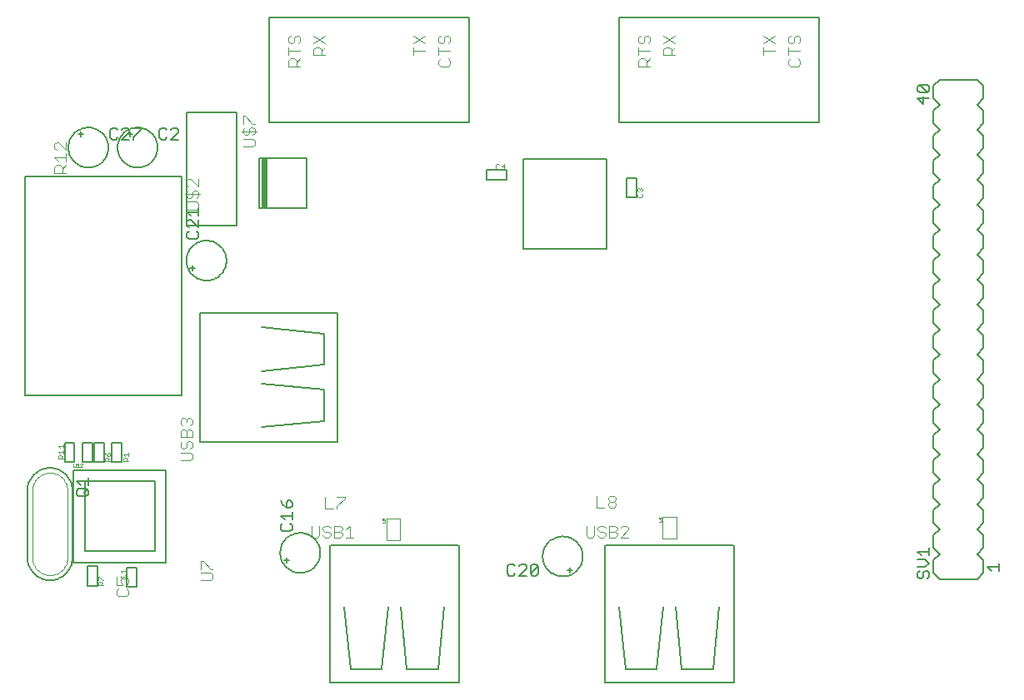
<source format=gto>
G75*
G70*
%OFA0B0*%
%FSLAX24Y24*%
%IPPOS*%
%LPD*%
%AMOC8*
5,1,8,0,0,1.08239X$1,22.5*
%
%ADD10C,0.0050*%
%ADD11C,0.0040*%
%ADD12C,0.0060*%
%ADD13C,0.0020*%
%ADD14C,0.0010*%
%ADD15R,0.0200X0.2000*%
%ADD16C,0.0020*%
D10*
X003291Y004006D02*
X003685Y004006D01*
X003685Y004793D01*
X003291Y004793D01*
X003291Y004006D01*
X002732Y004955D02*
X006433Y004955D01*
X006433Y008656D01*
X003578Y008656D01*
X003244Y008656D01*
X002732Y008656D01*
X002732Y004955D01*
X003185Y005408D02*
X003185Y008203D01*
X005980Y008203D01*
X005980Y005408D01*
X003185Y005408D01*
X004866Y004754D02*
X004866Y003967D01*
X005260Y003967D01*
X005260Y004754D01*
X004866Y004754D01*
X003245Y007591D02*
X002945Y007591D01*
X002870Y007666D01*
X002870Y007816D01*
X002945Y007891D01*
X003245Y007891D01*
X003320Y007816D01*
X003320Y007666D01*
X003245Y007591D01*
X003170Y007741D02*
X003320Y007891D01*
X003320Y008051D02*
X003320Y008351D01*
X003320Y008201D02*
X002870Y008201D01*
X003020Y008051D01*
X003094Y008967D02*
X003094Y009754D01*
X003488Y009754D01*
X003488Y008967D01*
X003094Y008967D01*
X002779Y008967D02*
X002386Y008967D01*
X002386Y009754D01*
X002779Y009754D01*
X002779Y008967D01*
X003567Y008967D02*
X003960Y008967D01*
X003960Y009754D01*
X003567Y009754D01*
X003567Y008967D01*
X004275Y008967D02*
X004669Y008967D01*
X004669Y009754D01*
X004275Y009754D01*
X004275Y008967D01*
X007801Y009779D02*
X013306Y009779D01*
X013306Y009814D02*
X013306Y014914D01*
X013306Y014949D02*
X007801Y014949D01*
X007796Y014924D02*
X007796Y009804D01*
X010256Y010364D02*
X012756Y010614D01*
X012756Y011864D01*
X010256Y012114D01*
X010256Y012614D02*
X012756Y012864D01*
X012756Y014114D01*
X010256Y014364D01*
X007047Y011648D02*
X007047Y020398D01*
X000797Y020398D01*
X000797Y011648D01*
X007047Y011648D01*
X011031Y007429D02*
X011106Y007279D01*
X011257Y007128D01*
X011257Y007354D01*
X011332Y007429D01*
X011407Y007429D01*
X011482Y007354D01*
X011482Y007204D01*
X011407Y007128D01*
X011257Y007128D01*
X011482Y006968D02*
X011482Y006668D01*
X011482Y006818D02*
X011031Y006818D01*
X011182Y006668D01*
X011106Y006508D02*
X011031Y006433D01*
X011031Y006283D01*
X011106Y006208D01*
X011407Y006208D01*
X011482Y006283D01*
X011482Y006433D01*
X011407Y006508D01*
X012989Y005638D02*
X012989Y000133D01*
X013024Y000133D02*
X018124Y000133D01*
X018159Y000133D02*
X018159Y005638D01*
X018134Y005643D02*
X013014Y005643D01*
X013574Y003183D02*
X013824Y000683D01*
X015074Y000683D01*
X015324Y003183D01*
X015824Y003183D02*
X016074Y000683D01*
X017324Y000683D01*
X017574Y003183D01*
X020101Y004491D02*
X020176Y004416D01*
X020326Y004416D01*
X020401Y004491D01*
X020561Y004416D02*
X020861Y004716D01*
X020861Y004791D01*
X020786Y004866D01*
X020636Y004866D01*
X020561Y004791D01*
X020401Y004791D02*
X020326Y004866D01*
X020176Y004866D01*
X020101Y004791D01*
X020101Y004491D01*
X020561Y004416D02*
X020861Y004416D01*
X021021Y004491D02*
X021021Y004791D01*
X021096Y004866D01*
X021246Y004866D01*
X021322Y004791D01*
X021021Y004491D01*
X021096Y004416D01*
X021246Y004416D01*
X021322Y004491D01*
X021322Y004791D01*
X023989Y005638D02*
X023989Y000133D01*
X024024Y000133D02*
X029124Y000133D01*
X029159Y000133D02*
X029159Y005638D01*
X029134Y005643D02*
X024014Y005643D01*
X024574Y003183D02*
X024824Y000683D01*
X026074Y000683D01*
X026324Y003183D01*
X026824Y003183D02*
X027074Y000683D01*
X028324Y000683D01*
X028574Y003183D01*
X036508Y004382D02*
X036583Y004307D01*
X036658Y004307D01*
X036733Y004382D01*
X036733Y004532D01*
X036808Y004607D01*
X036884Y004607D01*
X036959Y004532D01*
X036959Y004382D01*
X036884Y004307D01*
X036508Y004382D02*
X036508Y004532D01*
X036583Y004607D01*
X036508Y004767D02*
X036808Y004767D01*
X036959Y004917D01*
X036808Y005067D01*
X036508Y005067D01*
X036658Y005227D02*
X036508Y005377D01*
X036959Y005377D01*
X036959Y005227D02*
X036959Y005528D01*
X039308Y004757D02*
X039759Y004757D01*
X039759Y004607D02*
X039759Y004907D01*
X039458Y004607D02*
X039308Y004757D01*
X024059Y017510D02*
X024059Y021093D01*
X020732Y021093D01*
X020732Y017510D01*
X024059Y017510D01*
X024866Y019557D02*
X025260Y019557D01*
X025260Y020345D01*
X024866Y020345D01*
X024866Y019557D01*
X024574Y022583D02*
X024574Y026783D01*
X032574Y026783D01*
X032574Y022583D01*
X024574Y022583D01*
X020063Y020660D02*
X020063Y020266D01*
X019275Y020266D01*
X019275Y020660D01*
X020063Y020660D01*
X018574Y022583D02*
X018574Y026783D01*
X010574Y026783D01*
X010574Y022583D01*
X018574Y022583D01*
X012071Y021132D02*
X012071Y019132D01*
X010471Y019132D01*
X010471Y021132D01*
X010171Y021132D01*
X010171Y019132D01*
X010471Y019132D01*
X009256Y018442D02*
X009256Y022963D01*
X007247Y022963D01*
X007247Y018442D01*
X009256Y018442D01*
X007730Y018373D02*
X007430Y018673D01*
X007354Y018673D01*
X007279Y018598D01*
X007279Y018448D01*
X007354Y018373D01*
X007354Y018213D02*
X007279Y018138D01*
X007279Y017988D01*
X007354Y017912D01*
X007655Y017912D01*
X007730Y017988D01*
X007730Y018138D01*
X007655Y018213D01*
X007730Y018373D02*
X007730Y018673D01*
X007730Y018833D02*
X007730Y019133D01*
X007730Y018983D02*
X007279Y018983D01*
X007430Y018833D01*
X010471Y021132D02*
X012071Y021132D01*
X006934Y021890D02*
X006634Y021890D01*
X006934Y022190D01*
X006934Y022265D01*
X006859Y022340D01*
X006709Y022340D01*
X006634Y022265D01*
X006474Y022265D02*
X006399Y022340D01*
X006249Y022340D01*
X006174Y022265D01*
X006174Y021965D01*
X006249Y021890D01*
X006399Y021890D01*
X006474Y021965D01*
X005426Y022265D02*
X005126Y021965D01*
X005126Y021890D01*
X004966Y021890D02*
X004666Y021890D01*
X004966Y022190D01*
X004966Y022265D01*
X004891Y022340D01*
X004741Y022340D01*
X004666Y022265D01*
X004506Y022265D02*
X004431Y022340D01*
X004280Y022340D01*
X004205Y022265D01*
X004205Y021965D01*
X004280Y021890D01*
X004431Y021890D01*
X004506Y021965D01*
X005126Y022340D02*
X005426Y022340D01*
X005426Y022265D01*
X036508Y023532D02*
X036733Y023307D01*
X036733Y023607D01*
X036583Y023767D02*
X036508Y023842D01*
X036508Y023992D01*
X036583Y024067D01*
X036884Y023767D01*
X036959Y023842D01*
X036959Y023992D01*
X036884Y024067D01*
X036583Y024067D01*
X036583Y023767D02*
X036884Y023767D01*
X036959Y023532D02*
X036508Y023532D01*
D11*
X004543Y003591D02*
X004466Y003668D01*
X004466Y003822D01*
X004543Y003898D01*
X004466Y004052D02*
X004696Y004052D01*
X004620Y004205D01*
X004620Y004282D01*
X004696Y004359D01*
X004850Y004359D01*
X004927Y004282D01*
X004927Y004129D01*
X004850Y004052D01*
X004850Y003898D02*
X004927Y003822D01*
X004927Y003668D01*
X004850Y003591D01*
X004543Y003591D01*
X004466Y004052D02*
X004466Y004359D01*
X004619Y004356D02*
X004652Y004323D01*
X004786Y004323D01*
X004819Y004356D01*
X004819Y004423D01*
X004786Y004456D01*
X004819Y004544D02*
X004819Y004677D01*
X004819Y004611D02*
X004619Y004611D01*
X004685Y004544D01*
X004652Y004456D02*
X004619Y004423D01*
X004619Y004356D01*
X003932Y004256D02*
X003898Y004256D01*
X003765Y004389D01*
X003731Y004389D01*
X003731Y004256D01*
X003765Y004168D02*
X003832Y004168D01*
X003865Y004135D01*
X003865Y004035D01*
X003932Y004035D02*
X003731Y004035D01*
X003731Y004135D01*
X003765Y004168D01*
X003865Y004102D02*
X003932Y004168D01*
X007844Y004229D02*
X008228Y004229D01*
X008304Y004305D01*
X008304Y004459D01*
X008228Y004536D01*
X007844Y004536D01*
X007844Y004689D02*
X007844Y004996D01*
X007921Y004996D01*
X008228Y004689D01*
X008304Y004689D01*
X012253Y006030D02*
X012330Y005953D01*
X012483Y005953D01*
X012560Y006030D01*
X012560Y006414D01*
X012713Y006337D02*
X012713Y006260D01*
X012790Y006183D01*
X012943Y006183D01*
X013020Y006107D01*
X013020Y006030D01*
X012943Y005953D01*
X012790Y005953D01*
X012713Y006030D01*
X012713Y006337D02*
X012790Y006414D01*
X012943Y006414D01*
X013020Y006337D01*
X013174Y006414D02*
X013404Y006414D01*
X013481Y006337D01*
X013481Y006260D01*
X013404Y006183D01*
X013174Y006183D01*
X013404Y006183D02*
X013481Y006107D01*
X013481Y006030D01*
X013404Y005953D01*
X013174Y005953D01*
X013174Y006414D01*
X013634Y006260D02*
X013787Y006414D01*
X013787Y005953D01*
X013634Y005953D02*
X013941Y005953D01*
X013273Y007115D02*
X013273Y007191D01*
X013580Y007498D01*
X013580Y007575D01*
X013273Y007575D01*
X013120Y007115D02*
X012813Y007115D01*
X012813Y007575D01*
X012253Y006414D02*
X012253Y006030D01*
X007486Y009119D02*
X007409Y009043D01*
X007025Y009043D01*
X007486Y009119D02*
X007486Y009273D01*
X007409Y009350D01*
X007025Y009350D01*
X007102Y009503D02*
X007179Y009503D01*
X007255Y009580D01*
X007255Y009733D01*
X007332Y009810D01*
X007409Y009810D01*
X007486Y009733D01*
X007486Y009580D01*
X007409Y009503D01*
X007102Y009503D02*
X007025Y009580D01*
X007025Y009733D01*
X007102Y009810D01*
X007025Y009963D02*
X007025Y010194D01*
X007102Y010270D01*
X007179Y010270D01*
X007255Y010194D01*
X007255Y009963D01*
X007025Y009963D02*
X007486Y009963D01*
X007486Y010194D01*
X007409Y010270D01*
X007332Y010270D01*
X007255Y010194D01*
X007102Y010424D02*
X007025Y010500D01*
X007025Y010654D01*
X007102Y010731D01*
X007179Y010731D01*
X007255Y010654D01*
X007332Y010731D01*
X007409Y010731D01*
X007486Y010654D01*
X007486Y010500D01*
X007409Y010424D01*
X007255Y010577D02*
X007255Y010654D01*
X004916Y009350D02*
X004916Y009217D01*
X004916Y009283D02*
X004716Y009283D01*
X004782Y009217D01*
X004749Y009129D02*
X004816Y009129D01*
X004849Y009096D01*
X004849Y008996D01*
X004849Y009062D02*
X004916Y009129D01*
X004916Y008996D02*
X004716Y008996D01*
X004716Y009096D01*
X004749Y009129D01*
X004207Y009129D02*
X004141Y009062D01*
X004141Y009096D02*
X004141Y008996D01*
X004207Y008996D02*
X004007Y008996D01*
X004007Y009096D01*
X004040Y009129D01*
X004107Y009129D01*
X004141Y009096D01*
X004174Y009217D02*
X004207Y009250D01*
X004207Y009317D01*
X004174Y009350D01*
X004141Y009350D01*
X004107Y009317D01*
X004107Y009217D01*
X004174Y009217D01*
X004107Y009217D02*
X004040Y009283D01*
X004007Y009350D01*
X002339Y009323D02*
X002339Y009456D01*
X002339Y009390D02*
X002138Y009390D01*
X002205Y009323D01*
X002172Y009235D02*
X002239Y009235D01*
X002272Y009202D01*
X002272Y009102D01*
X002339Y009102D02*
X002138Y009102D01*
X002138Y009202D01*
X002172Y009235D01*
X002272Y009169D02*
X002339Y009235D01*
X002339Y009544D02*
X002339Y009677D01*
X002339Y009611D02*
X002138Y009611D01*
X002205Y009544D01*
X007267Y019087D02*
X007650Y019087D01*
X007727Y019163D01*
X007727Y019317D01*
X007650Y019393D01*
X007267Y019393D01*
X007343Y019547D02*
X007267Y019624D01*
X007267Y019777D01*
X007343Y019854D01*
X007343Y020007D02*
X007267Y020084D01*
X007267Y020237D01*
X007343Y020314D01*
X007420Y020314D01*
X007727Y020007D01*
X007727Y020314D01*
X007650Y019854D02*
X007574Y019854D01*
X007497Y019777D01*
X007497Y019624D01*
X007420Y019547D01*
X007343Y019547D01*
X007190Y019700D02*
X007804Y019700D01*
X007727Y019624D02*
X007727Y019777D01*
X007650Y019854D01*
X007727Y019624D02*
X007650Y019547D01*
X009527Y021602D02*
X009911Y021602D01*
X009988Y021679D01*
X009988Y021832D01*
X009911Y021909D01*
X009527Y021909D01*
X009604Y022063D02*
X009527Y022139D01*
X009527Y022293D01*
X009604Y022370D01*
X009527Y022523D02*
X009527Y022830D01*
X009604Y022830D01*
X009911Y022523D01*
X009988Y022523D01*
X009911Y022370D02*
X009834Y022370D01*
X009757Y022293D01*
X009757Y022139D01*
X009681Y022063D01*
X009604Y022063D01*
X009450Y022216D02*
X010064Y022216D01*
X009988Y022139D02*
X009988Y022293D01*
X009911Y022370D01*
X009988Y022139D02*
X009911Y022063D01*
X011344Y024822D02*
X011344Y025052D01*
X011421Y025129D01*
X011574Y025129D01*
X011651Y025052D01*
X011651Y024822D01*
X011651Y025052D01*
X011574Y025129D01*
X011421Y025129D01*
X011344Y025052D01*
X011344Y024822D01*
X011804Y024822D01*
X011344Y024822D01*
X011651Y024975D02*
X011804Y025129D01*
X011651Y024975D01*
X011344Y025282D02*
X011344Y025589D01*
X011344Y025282D01*
X011344Y025436D02*
X011804Y025436D01*
X011344Y025436D01*
X011421Y025743D02*
X011498Y025743D01*
X011574Y025819D01*
X011574Y025973D01*
X011651Y026050D01*
X011728Y026050D01*
X011804Y025973D01*
X011804Y025819D01*
X011728Y025743D01*
X011804Y025819D01*
X011804Y025973D01*
X011728Y026050D01*
X011651Y026050D01*
X011574Y025973D01*
X011574Y025819D01*
X011498Y025743D01*
X011421Y025743D01*
X011344Y025819D01*
X011344Y025973D01*
X011421Y026050D01*
X011344Y025973D01*
X011344Y025819D01*
X011421Y025743D01*
X012344Y025743D02*
X012804Y026050D01*
X012804Y025743D02*
X012344Y026050D01*
X012421Y025589D02*
X012574Y025589D01*
X012651Y025513D01*
X012651Y025282D01*
X012804Y025282D02*
X012344Y025282D01*
X012344Y025513D01*
X012421Y025589D01*
X012651Y025436D02*
X012804Y025589D01*
X016344Y025589D02*
X016344Y025282D01*
X016344Y025436D02*
X016804Y025436D01*
X016804Y025743D02*
X016344Y026050D01*
X016344Y025743D02*
X016804Y026050D01*
X017344Y025973D02*
X017344Y025819D01*
X017421Y025743D01*
X017498Y025743D01*
X017574Y025819D01*
X017574Y025973D01*
X017651Y026050D01*
X017728Y026050D01*
X017804Y025973D01*
X017804Y025819D01*
X017728Y025743D01*
X017344Y025589D02*
X017344Y025282D01*
X017344Y025436D02*
X017804Y025436D01*
X017728Y025129D02*
X017804Y025052D01*
X017804Y024899D01*
X017728Y024822D01*
X017421Y024822D01*
X017344Y024899D01*
X017344Y025052D01*
X017421Y025129D01*
X017344Y025973D02*
X017421Y026050D01*
X019665Y020907D02*
X019632Y020873D01*
X019632Y020740D01*
X019665Y020706D01*
X019732Y020706D01*
X019765Y020740D01*
X019853Y020807D02*
X019986Y020807D01*
X019953Y020907D02*
X019853Y020807D01*
X019765Y020873D02*
X019732Y020907D01*
X019665Y020907D01*
X019953Y020907D02*
X019953Y020706D01*
X025306Y019907D02*
X025340Y019941D01*
X025373Y019941D01*
X025406Y019907D01*
X025440Y019941D01*
X025473Y019941D01*
X025506Y019907D01*
X025506Y019841D01*
X025473Y019807D01*
X025473Y019720D02*
X025506Y019686D01*
X025506Y019620D01*
X025473Y019586D01*
X025340Y019586D01*
X025306Y019620D01*
X025306Y019686D01*
X025340Y019720D01*
X025340Y019807D02*
X025306Y019841D01*
X025306Y019907D01*
X025406Y019907D02*
X025406Y019874D01*
X025344Y024822D02*
X025344Y025052D01*
X025421Y025129D01*
X025574Y025129D01*
X025651Y025052D01*
X025651Y024822D01*
X025651Y025052D01*
X025574Y025129D01*
X025421Y025129D01*
X025344Y025052D01*
X025344Y024822D01*
X025804Y024822D01*
X025344Y024822D01*
X025651Y024975D02*
X025804Y025129D01*
X025651Y024975D01*
X025344Y025282D02*
X025344Y025589D01*
X025344Y025282D01*
X025344Y025436D02*
X025804Y025436D01*
X025344Y025436D01*
X025421Y025743D02*
X025498Y025743D01*
X025574Y025819D01*
X025574Y025973D01*
X025651Y026050D01*
X025728Y026050D01*
X025804Y025973D01*
X025804Y025819D01*
X025728Y025743D01*
X025804Y025819D01*
X025804Y025973D01*
X025728Y026050D01*
X025651Y026050D01*
X025574Y025973D01*
X025574Y025819D01*
X025498Y025743D01*
X025421Y025743D01*
X025344Y025819D01*
X025344Y025973D01*
X025421Y026050D01*
X025344Y025973D01*
X025344Y025819D01*
X025421Y025743D01*
X026344Y025743D02*
X026804Y026050D01*
X026804Y025743D02*
X026344Y026050D01*
X026421Y025589D02*
X026574Y025589D01*
X026651Y025513D01*
X026651Y025282D01*
X026804Y025282D02*
X026344Y025282D01*
X026344Y025513D01*
X026421Y025589D01*
X026651Y025436D02*
X026804Y025589D01*
X030344Y025589D02*
X030344Y025282D01*
X030344Y025436D02*
X030804Y025436D01*
X030804Y025743D02*
X030344Y026050D01*
X030344Y025743D02*
X030804Y026050D01*
X031344Y025973D02*
X031344Y025819D01*
X031421Y025743D01*
X031498Y025743D01*
X031574Y025819D01*
X031574Y025973D01*
X031651Y026050D01*
X031728Y026050D01*
X031804Y025973D01*
X031804Y025819D01*
X031728Y025743D01*
X031344Y025589D02*
X031344Y025282D01*
X031344Y025436D02*
X031804Y025436D01*
X031728Y025129D02*
X031804Y025052D01*
X031804Y024899D01*
X031728Y024822D01*
X031421Y024822D01*
X031344Y024899D01*
X031344Y025052D01*
X031421Y025129D01*
X031344Y025973D02*
X031421Y026050D01*
X024358Y007614D02*
X024435Y007538D01*
X024435Y007461D01*
X024358Y007384D01*
X024204Y007384D01*
X024128Y007461D01*
X024128Y007538D01*
X024204Y007614D01*
X024358Y007614D01*
X024358Y007384D02*
X024435Y007307D01*
X024435Y007231D01*
X024358Y007154D01*
X024204Y007154D01*
X024128Y007231D01*
X024128Y007307D01*
X024204Y007384D01*
X023974Y007154D02*
X023667Y007154D01*
X023667Y007614D01*
X023560Y006414D02*
X023560Y006030D01*
X023483Y005953D01*
X023330Y005953D01*
X023253Y006030D01*
X023253Y006414D01*
X023713Y006337D02*
X023713Y006260D01*
X023790Y006183D01*
X023943Y006183D01*
X024020Y006107D01*
X024020Y006030D01*
X023943Y005953D01*
X023790Y005953D01*
X023713Y006030D01*
X023713Y006337D02*
X023790Y006414D01*
X023943Y006414D01*
X024020Y006337D01*
X024174Y006414D02*
X024174Y005953D01*
X024404Y005953D01*
X024481Y006030D01*
X024481Y006107D01*
X024404Y006183D01*
X024174Y006183D01*
X024404Y006183D02*
X024481Y006260D01*
X024481Y006337D01*
X024404Y006414D01*
X024174Y006414D01*
X024634Y006337D02*
X024711Y006414D01*
X024864Y006414D01*
X024941Y006337D01*
X024941Y006260D01*
X024634Y005953D01*
X024941Y005953D01*
X002434Y020556D02*
X001974Y020556D01*
X001974Y020786D01*
X002051Y020863D01*
X002204Y020863D01*
X002281Y020786D01*
X002281Y020556D01*
X002281Y020710D02*
X002434Y020863D01*
X002434Y021017D02*
X002434Y021324D01*
X002434Y021477D02*
X002128Y021784D01*
X002051Y021784D01*
X001974Y021707D01*
X001974Y021554D01*
X002051Y021477D01*
X001974Y021170D02*
X002434Y021170D01*
X002434Y021477D02*
X002434Y021784D01*
X001974Y021170D02*
X002128Y021017D01*
D12*
X002530Y021565D02*
X002532Y021621D01*
X002538Y021678D01*
X002548Y021733D01*
X002562Y021788D01*
X002579Y021842D01*
X002601Y021894D01*
X002626Y021944D01*
X002654Y021993D01*
X002686Y022040D01*
X002721Y022084D01*
X002759Y022126D01*
X002800Y022165D01*
X002844Y022200D01*
X002890Y022233D01*
X002938Y022262D01*
X002988Y022288D01*
X003040Y022311D01*
X003094Y022329D01*
X003148Y022344D01*
X003203Y022355D01*
X003259Y022362D01*
X003316Y022365D01*
X003372Y022364D01*
X003429Y022359D01*
X003484Y022350D01*
X003539Y022337D01*
X003593Y022320D01*
X003646Y022300D01*
X003697Y022276D01*
X003746Y022248D01*
X003793Y022217D01*
X003838Y022183D01*
X003881Y022145D01*
X003920Y022105D01*
X003957Y022062D01*
X003990Y022017D01*
X004020Y021969D01*
X004047Y021919D01*
X004070Y021868D01*
X004090Y021815D01*
X004106Y021761D01*
X004118Y021705D01*
X004126Y021650D01*
X004130Y021593D01*
X004130Y021537D01*
X004126Y021480D01*
X004118Y021425D01*
X004106Y021369D01*
X004090Y021315D01*
X004070Y021262D01*
X004047Y021211D01*
X004020Y021161D01*
X003990Y021113D01*
X003957Y021068D01*
X003920Y021025D01*
X003881Y020985D01*
X003838Y020947D01*
X003793Y020913D01*
X003746Y020882D01*
X003697Y020854D01*
X003646Y020830D01*
X003593Y020810D01*
X003539Y020793D01*
X003484Y020780D01*
X003429Y020771D01*
X003372Y020766D01*
X003316Y020765D01*
X003259Y020768D01*
X003203Y020775D01*
X003148Y020786D01*
X003094Y020801D01*
X003040Y020819D01*
X002988Y020842D01*
X002938Y020868D01*
X002890Y020897D01*
X002844Y020930D01*
X002800Y020965D01*
X002759Y021004D01*
X002721Y021046D01*
X002686Y021090D01*
X002654Y021137D01*
X002626Y021186D01*
X002601Y021236D01*
X002579Y021288D01*
X002562Y021342D01*
X002548Y021397D01*
X002538Y021452D01*
X002532Y021509D01*
X002530Y021565D01*
X003030Y022015D02*
X003030Y022215D01*
X002930Y022115D02*
X003130Y022115D01*
X004899Y022115D02*
X005099Y022115D01*
X004999Y022015D02*
X004999Y022215D01*
X004499Y021565D02*
X004501Y021621D01*
X004507Y021678D01*
X004517Y021733D01*
X004531Y021788D01*
X004548Y021842D01*
X004570Y021894D01*
X004595Y021944D01*
X004623Y021993D01*
X004655Y022040D01*
X004690Y022084D01*
X004728Y022126D01*
X004769Y022165D01*
X004813Y022200D01*
X004859Y022233D01*
X004907Y022262D01*
X004957Y022288D01*
X005009Y022311D01*
X005063Y022329D01*
X005117Y022344D01*
X005172Y022355D01*
X005228Y022362D01*
X005285Y022365D01*
X005341Y022364D01*
X005398Y022359D01*
X005453Y022350D01*
X005508Y022337D01*
X005562Y022320D01*
X005615Y022300D01*
X005666Y022276D01*
X005715Y022248D01*
X005762Y022217D01*
X005807Y022183D01*
X005850Y022145D01*
X005889Y022105D01*
X005926Y022062D01*
X005959Y022017D01*
X005989Y021969D01*
X006016Y021919D01*
X006039Y021868D01*
X006059Y021815D01*
X006075Y021761D01*
X006087Y021705D01*
X006095Y021650D01*
X006099Y021593D01*
X006099Y021537D01*
X006095Y021480D01*
X006087Y021425D01*
X006075Y021369D01*
X006059Y021315D01*
X006039Y021262D01*
X006016Y021211D01*
X005989Y021161D01*
X005959Y021113D01*
X005926Y021068D01*
X005889Y021025D01*
X005850Y020985D01*
X005807Y020947D01*
X005762Y020913D01*
X005715Y020882D01*
X005666Y020854D01*
X005615Y020830D01*
X005562Y020810D01*
X005508Y020793D01*
X005453Y020780D01*
X005398Y020771D01*
X005341Y020766D01*
X005285Y020765D01*
X005228Y020768D01*
X005172Y020775D01*
X005117Y020786D01*
X005063Y020801D01*
X005009Y020819D01*
X004957Y020842D01*
X004907Y020868D01*
X004859Y020897D01*
X004813Y020930D01*
X004769Y020965D01*
X004728Y021004D01*
X004690Y021046D01*
X004655Y021090D01*
X004623Y021137D01*
X004595Y021186D01*
X004570Y021236D01*
X004548Y021288D01*
X004531Y021342D01*
X004517Y021397D01*
X004507Y021452D01*
X004501Y021509D01*
X004499Y021565D01*
X007255Y017037D02*
X007257Y017093D01*
X007263Y017150D01*
X007273Y017205D01*
X007287Y017260D01*
X007304Y017314D01*
X007326Y017366D01*
X007351Y017416D01*
X007379Y017465D01*
X007411Y017512D01*
X007446Y017556D01*
X007484Y017598D01*
X007525Y017637D01*
X007569Y017672D01*
X007615Y017705D01*
X007663Y017734D01*
X007713Y017760D01*
X007765Y017783D01*
X007819Y017801D01*
X007873Y017816D01*
X007928Y017827D01*
X007984Y017834D01*
X008041Y017837D01*
X008097Y017836D01*
X008154Y017831D01*
X008209Y017822D01*
X008264Y017809D01*
X008318Y017792D01*
X008371Y017772D01*
X008422Y017748D01*
X008471Y017720D01*
X008518Y017689D01*
X008563Y017655D01*
X008606Y017617D01*
X008645Y017577D01*
X008682Y017534D01*
X008715Y017489D01*
X008745Y017441D01*
X008772Y017391D01*
X008795Y017340D01*
X008815Y017287D01*
X008831Y017233D01*
X008843Y017177D01*
X008851Y017122D01*
X008855Y017065D01*
X008855Y017009D01*
X008851Y016952D01*
X008843Y016897D01*
X008831Y016841D01*
X008815Y016787D01*
X008795Y016734D01*
X008772Y016683D01*
X008745Y016633D01*
X008715Y016585D01*
X008682Y016540D01*
X008645Y016497D01*
X008606Y016457D01*
X008563Y016419D01*
X008518Y016385D01*
X008471Y016354D01*
X008422Y016326D01*
X008371Y016302D01*
X008318Y016282D01*
X008264Y016265D01*
X008209Y016252D01*
X008154Y016243D01*
X008097Y016238D01*
X008041Y016237D01*
X007984Y016240D01*
X007928Y016247D01*
X007873Y016258D01*
X007819Y016273D01*
X007765Y016291D01*
X007713Y016314D01*
X007663Y016340D01*
X007615Y016369D01*
X007569Y016402D01*
X007525Y016437D01*
X007484Y016476D01*
X007446Y016518D01*
X007411Y016562D01*
X007379Y016609D01*
X007351Y016658D01*
X007326Y016708D01*
X007304Y016760D01*
X007287Y016814D01*
X007273Y016869D01*
X007263Y016924D01*
X007257Y016981D01*
X007255Y017037D01*
X007505Y016837D02*
X007505Y016637D01*
X007605Y016737D02*
X007405Y016737D01*
X002695Y007836D02*
X002695Y005136D01*
X002693Y005077D01*
X002687Y005019D01*
X002678Y004960D01*
X002664Y004903D01*
X002647Y004847D01*
X002626Y004792D01*
X002602Y004738D01*
X002574Y004686D01*
X002543Y004636D01*
X002509Y004588D01*
X002472Y004543D01*
X002431Y004500D01*
X002388Y004459D01*
X002343Y004422D01*
X002295Y004388D01*
X002245Y004357D01*
X002193Y004329D01*
X002139Y004305D01*
X002084Y004284D01*
X002028Y004267D01*
X001971Y004253D01*
X001912Y004244D01*
X001854Y004238D01*
X001795Y004236D01*
X001736Y004238D01*
X001678Y004244D01*
X001619Y004253D01*
X001562Y004267D01*
X001506Y004284D01*
X001451Y004305D01*
X001397Y004329D01*
X001345Y004357D01*
X001295Y004388D01*
X001247Y004422D01*
X001202Y004459D01*
X001159Y004500D01*
X001118Y004543D01*
X001081Y004588D01*
X001047Y004636D01*
X001016Y004686D01*
X000988Y004738D01*
X000964Y004792D01*
X000943Y004847D01*
X000926Y004903D01*
X000912Y004960D01*
X000903Y005019D01*
X000897Y005077D01*
X000895Y005136D01*
X000895Y007836D01*
X000897Y007895D01*
X000903Y007953D01*
X000912Y008012D01*
X000926Y008069D01*
X000943Y008125D01*
X000964Y008180D01*
X000988Y008234D01*
X001016Y008286D01*
X001047Y008336D01*
X001081Y008384D01*
X001118Y008429D01*
X001159Y008472D01*
X001202Y008513D01*
X001247Y008550D01*
X001295Y008584D01*
X001345Y008615D01*
X001397Y008643D01*
X001451Y008667D01*
X001506Y008688D01*
X001562Y008705D01*
X001619Y008719D01*
X001678Y008728D01*
X001736Y008734D01*
X001795Y008736D01*
X001854Y008734D01*
X001912Y008728D01*
X001971Y008719D01*
X002028Y008705D01*
X002084Y008688D01*
X002139Y008667D01*
X002193Y008643D01*
X002245Y008615D01*
X002295Y008584D01*
X002343Y008550D01*
X002388Y008513D01*
X002431Y008472D01*
X002472Y008429D01*
X002509Y008384D01*
X002543Y008336D01*
X002574Y008286D01*
X002602Y008234D01*
X002626Y008180D01*
X002647Y008125D01*
X002664Y008069D01*
X002678Y008012D01*
X002687Y007953D01*
X002693Y007895D01*
X002695Y007836D01*
X011157Y005033D02*
X011357Y005033D01*
X011257Y004933D02*
X011257Y005133D01*
X011007Y005333D02*
X011009Y005389D01*
X011015Y005446D01*
X011025Y005501D01*
X011039Y005556D01*
X011056Y005610D01*
X011078Y005662D01*
X011103Y005712D01*
X011131Y005761D01*
X011163Y005808D01*
X011198Y005852D01*
X011236Y005894D01*
X011277Y005933D01*
X011321Y005968D01*
X011367Y006001D01*
X011415Y006030D01*
X011465Y006056D01*
X011517Y006079D01*
X011571Y006097D01*
X011625Y006112D01*
X011680Y006123D01*
X011736Y006130D01*
X011793Y006133D01*
X011849Y006132D01*
X011906Y006127D01*
X011961Y006118D01*
X012016Y006105D01*
X012070Y006088D01*
X012123Y006068D01*
X012174Y006044D01*
X012223Y006016D01*
X012270Y005985D01*
X012315Y005951D01*
X012358Y005913D01*
X012397Y005873D01*
X012434Y005830D01*
X012467Y005785D01*
X012497Y005737D01*
X012524Y005687D01*
X012547Y005636D01*
X012567Y005583D01*
X012583Y005529D01*
X012595Y005473D01*
X012603Y005418D01*
X012607Y005361D01*
X012607Y005305D01*
X012603Y005248D01*
X012595Y005193D01*
X012583Y005137D01*
X012567Y005083D01*
X012547Y005030D01*
X012524Y004979D01*
X012497Y004929D01*
X012467Y004881D01*
X012434Y004836D01*
X012397Y004793D01*
X012358Y004753D01*
X012315Y004715D01*
X012270Y004681D01*
X012223Y004650D01*
X012174Y004622D01*
X012123Y004598D01*
X012070Y004578D01*
X012016Y004561D01*
X011961Y004548D01*
X011906Y004539D01*
X011849Y004534D01*
X011793Y004533D01*
X011736Y004536D01*
X011680Y004543D01*
X011625Y004554D01*
X011571Y004569D01*
X011517Y004587D01*
X011465Y004610D01*
X011415Y004636D01*
X011367Y004665D01*
X011321Y004698D01*
X011277Y004733D01*
X011236Y004772D01*
X011198Y004814D01*
X011163Y004858D01*
X011131Y004905D01*
X011103Y004954D01*
X011078Y005004D01*
X011056Y005056D01*
X011039Y005110D01*
X011025Y005165D01*
X011015Y005220D01*
X011009Y005277D01*
X011007Y005333D01*
X021507Y005191D02*
X021509Y005247D01*
X021515Y005304D01*
X021525Y005359D01*
X021539Y005414D01*
X021556Y005468D01*
X021578Y005520D01*
X021603Y005570D01*
X021631Y005619D01*
X021663Y005666D01*
X021698Y005710D01*
X021736Y005752D01*
X021777Y005791D01*
X021821Y005826D01*
X021867Y005859D01*
X021915Y005888D01*
X021965Y005914D01*
X022017Y005937D01*
X022071Y005955D01*
X022125Y005970D01*
X022180Y005981D01*
X022236Y005988D01*
X022293Y005991D01*
X022349Y005990D01*
X022406Y005985D01*
X022461Y005976D01*
X022516Y005963D01*
X022570Y005946D01*
X022623Y005926D01*
X022674Y005902D01*
X022723Y005874D01*
X022770Y005843D01*
X022815Y005809D01*
X022858Y005771D01*
X022897Y005731D01*
X022934Y005688D01*
X022967Y005643D01*
X022997Y005595D01*
X023024Y005545D01*
X023047Y005494D01*
X023067Y005441D01*
X023083Y005387D01*
X023095Y005331D01*
X023103Y005276D01*
X023107Y005219D01*
X023107Y005163D01*
X023103Y005106D01*
X023095Y005051D01*
X023083Y004995D01*
X023067Y004941D01*
X023047Y004888D01*
X023024Y004837D01*
X022997Y004787D01*
X022967Y004739D01*
X022934Y004694D01*
X022897Y004651D01*
X022858Y004611D01*
X022815Y004573D01*
X022770Y004539D01*
X022723Y004508D01*
X022674Y004480D01*
X022623Y004456D01*
X022570Y004436D01*
X022516Y004419D01*
X022461Y004406D01*
X022406Y004397D01*
X022349Y004392D01*
X022293Y004391D01*
X022236Y004394D01*
X022180Y004401D01*
X022125Y004412D01*
X022071Y004427D01*
X022017Y004445D01*
X021965Y004468D01*
X021915Y004494D01*
X021867Y004523D01*
X021821Y004556D01*
X021777Y004591D01*
X021736Y004630D01*
X021698Y004672D01*
X021663Y004716D01*
X021631Y004763D01*
X021603Y004812D01*
X021578Y004862D01*
X021556Y004914D01*
X021539Y004968D01*
X021525Y005023D01*
X021515Y005078D01*
X021509Y005135D01*
X021507Y005191D01*
X022507Y004641D02*
X022707Y004641D01*
X022607Y004741D02*
X022607Y004541D01*
X037134Y004532D02*
X037384Y004282D01*
X038884Y004282D01*
X039134Y004532D01*
X039134Y005032D01*
X038884Y005282D01*
X039134Y005532D01*
X039134Y006032D01*
X038884Y006282D01*
X039134Y006532D01*
X039134Y007032D01*
X038884Y007282D01*
X039134Y007532D01*
X039134Y008032D01*
X038884Y008282D01*
X039134Y008532D01*
X039134Y009032D01*
X038884Y009282D01*
X039134Y009532D01*
X039134Y010032D01*
X038884Y010282D01*
X039134Y010532D01*
X039134Y011032D01*
X038884Y011282D01*
X039134Y011532D01*
X039134Y012032D01*
X038884Y012282D01*
X039134Y012532D01*
X039134Y013032D01*
X038884Y013282D01*
X039134Y013532D01*
X039134Y014032D01*
X038884Y014282D01*
X039134Y014532D01*
X039134Y015032D01*
X038884Y015282D01*
X039134Y015532D01*
X039134Y016032D01*
X038884Y016282D01*
X039134Y016532D01*
X039134Y017032D01*
X038884Y017282D01*
X039134Y017532D01*
X039134Y018032D01*
X038884Y018282D01*
X039134Y018532D01*
X039134Y019032D01*
X038884Y019282D01*
X039134Y019532D01*
X039134Y020032D01*
X038884Y020282D01*
X039134Y020532D01*
X039134Y021032D01*
X038884Y021282D01*
X039134Y021532D01*
X039134Y022032D01*
X038884Y022282D01*
X039134Y022532D01*
X039134Y023032D01*
X038884Y023282D01*
X039134Y023532D01*
X039134Y024032D01*
X038884Y024282D01*
X037384Y024282D01*
X037134Y024032D01*
X037134Y023532D01*
X037384Y023282D01*
X037134Y023032D01*
X037134Y022532D01*
X037384Y022282D01*
X037134Y022032D01*
X037134Y021532D01*
X037384Y021282D01*
X037134Y021032D01*
X037134Y020532D01*
X037384Y020282D01*
X037134Y020032D01*
X037134Y019532D01*
X037384Y019282D01*
X037134Y019032D01*
X037134Y018532D01*
X037384Y018282D01*
X037134Y018032D01*
X037134Y017532D01*
X037384Y017282D01*
X037134Y017032D01*
X037134Y016532D01*
X037384Y016282D01*
X037134Y016032D01*
X037134Y015532D01*
X037384Y015282D01*
X037134Y015032D01*
X037134Y014532D01*
X037384Y014282D01*
X037134Y014032D01*
X037134Y013532D01*
X037384Y013282D01*
X037134Y013032D01*
X037134Y012532D01*
X037384Y012282D01*
X037134Y012032D01*
X037134Y011532D01*
X037384Y011282D01*
X037134Y011032D01*
X037134Y010532D01*
X037384Y010282D01*
X037134Y010032D01*
X037134Y009532D01*
X037384Y009282D01*
X037134Y009032D01*
X037134Y008532D01*
X037384Y008282D01*
X037134Y008032D01*
X037134Y007532D01*
X037384Y007282D01*
X037134Y007032D01*
X037134Y006532D01*
X037384Y006282D01*
X037134Y006032D01*
X037134Y005532D01*
X037384Y005282D01*
X037134Y005032D01*
X037134Y004532D01*
D13*
X026862Y005900D02*
X026311Y005900D01*
X026311Y006766D01*
X026862Y006766D01*
X026862Y005900D01*
X015799Y005856D02*
X015248Y005856D01*
X015248Y006723D01*
X015799Y006723D01*
X015799Y005856D01*
D14*
X015185Y006543D02*
X015185Y006603D01*
X015170Y006635D02*
X015185Y006650D01*
X015185Y006680D01*
X015170Y006695D01*
X015140Y006695D01*
X015125Y006680D01*
X015125Y006665D01*
X015140Y006635D01*
X015095Y006635D01*
X015095Y006695D01*
X015095Y006543D02*
X015185Y006543D01*
X026158Y006587D02*
X026248Y006587D01*
X026248Y006647D01*
X026233Y006679D02*
X026248Y006694D01*
X026248Y006724D01*
X026233Y006739D01*
X026218Y006739D01*
X026203Y006724D01*
X026203Y006679D01*
X026233Y006679D01*
X026203Y006679D02*
X026173Y006709D01*
X026158Y006739D01*
X003112Y008759D02*
X003012Y008759D01*
X003112Y008859D01*
X003112Y008884D01*
X003087Y008909D01*
X003037Y008909D01*
X003012Y008884D01*
X002915Y008909D02*
X002915Y008759D01*
X002865Y008759D02*
X002965Y008759D01*
X002865Y008859D02*
X002915Y008909D01*
X002817Y008909D02*
X002817Y008784D01*
X002792Y008759D01*
X002742Y008759D01*
X002717Y008784D01*
X002717Y008909D01*
D15*
X010371Y020132D03*
D16*
X002495Y007836D02*
X002495Y005136D01*
X002493Y005085D01*
X002488Y005034D01*
X002478Y004984D01*
X002465Y004934D01*
X002449Y004886D01*
X002429Y004839D01*
X002405Y004793D01*
X002379Y004750D01*
X002349Y004708D01*
X002316Y004669D01*
X002281Y004632D01*
X002243Y004598D01*
X002202Y004567D01*
X002160Y004538D01*
X002115Y004513D01*
X002069Y004492D01*
X002021Y004473D01*
X001972Y004459D01*
X001922Y004448D01*
X001872Y004440D01*
X001821Y004436D01*
X001769Y004436D01*
X001718Y004440D01*
X001668Y004448D01*
X001618Y004459D01*
X001569Y004473D01*
X001521Y004492D01*
X001475Y004513D01*
X001430Y004538D01*
X001388Y004567D01*
X001347Y004598D01*
X001309Y004632D01*
X001274Y004669D01*
X001241Y004708D01*
X001211Y004750D01*
X001185Y004793D01*
X001161Y004839D01*
X001141Y004886D01*
X001125Y004934D01*
X001112Y004984D01*
X001102Y005034D01*
X001097Y005085D01*
X001095Y005136D01*
X001095Y007836D01*
X001097Y007887D01*
X001102Y007938D01*
X001112Y007988D01*
X001125Y008038D01*
X001141Y008086D01*
X001161Y008133D01*
X001185Y008179D01*
X001211Y008222D01*
X001241Y008264D01*
X001274Y008303D01*
X001309Y008340D01*
X001347Y008374D01*
X001388Y008405D01*
X001430Y008434D01*
X001475Y008459D01*
X001521Y008480D01*
X001569Y008499D01*
X001618Y008513D01*
X001668Y008524D01*
X001718Y008532D01*
X001769Y008536D01*
X001821Y008536D01*
X001872Y008532D01*
X001922Y008524D01*
X001972Y008513D01*
X002021Y008499D01*
X002069Y008480D01*
X002115Y008459D01*
X002160Y008434D01*
X002202Y008405D01*
X002243Y008374D01*
X002281Y008340D01*
X002316Y008303D01*
X002349Y008264D01*
X002379Y008222D01*
X002405Y008179D01*
X002429Y008133D01*
X002449Y008086D01*
X002465Y008038D01*
X002478Y007988D01*
X002488Y007938D01*
X002493Y007887D01*
X002495Y007836D01*
M02*

</source>
